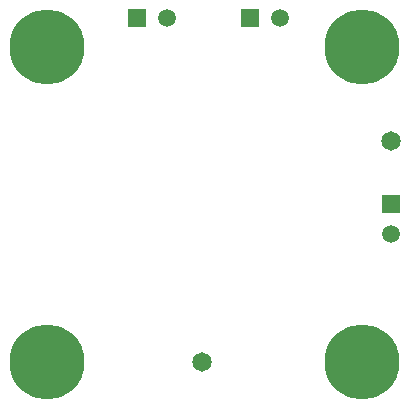
<source format=gbr>
G04 Layer_Color=255*
%FSLAX26Y26*%
%MOIN*%
%TF.FileFunction,Pads,Bot*%
%TF.Part,Single*%
G01*
G75*
%TA.AperFunction,ComponentPad*%
%ADD17C,0.065000*%
%ADD18C,0.250000*%
%ADD19R,0.059055X0.059055*%
%ADD20C,0.059055*%
%ADD21R,0.059055X0.059055*%
D17*
X740000Y225000D02*
D03*
X1370000Y962320D02*
D03*
D18*
X225000Y1275000D02*
D03*
X1275000D02*
D03*
X225000Y225000D02*
D03*
X1275000D02*
D03*
D19*
X900000Y1370000D02*
D03*
X525000D02*
D03*
D20*
X1000000D02*
D03*
X1370000Y650000D02*
D03*
X625000Y1370000D02*
D03*
D21*
X1370000Y750000D02*
D03*
%TF.MD5,3b4e5ef46a3d21874c0d901fe1224570*%
M02*

</source>
